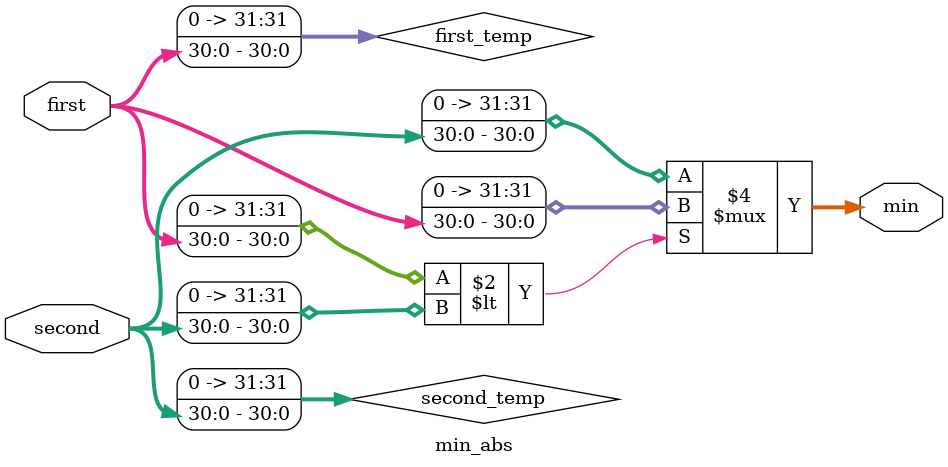
<source format=v>
module min_abs(first, second, min);
	input	[31:0]	first;
	input	[31:0]	second;
	output	[31:0]	min;
	wire	integer	first_temp;
	wire	integer second_temp;

	always @(*)
	begin
		first_temp = {0, first[30:0]};
		second_temp = {0, second[30:0]};
		if (first_temp < second_temp)
			min = first_temp;
		else
			min = second_temp;
	end
endmodule

</source>
